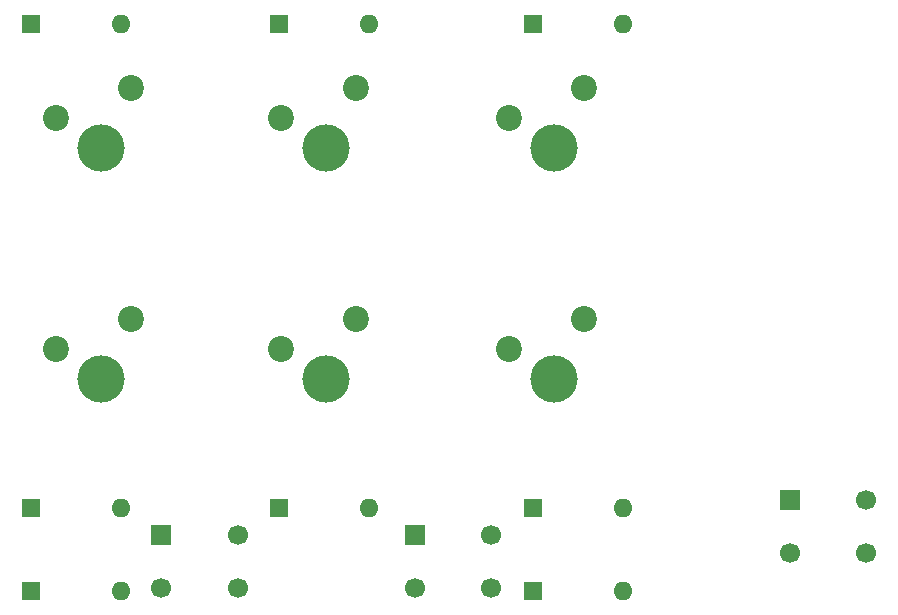
<source format=gbr>
%TF.GenerationSoftware,KiCad,Pcbnew,7.0.9*%
%TF.CreationDate,2024-01-20T20:31:14+09:00*%
%TF.ProjectId,cardsize_keyboad,63617264-7369-47a6-955f-6b6579626f61,rev?*%
%TF.SameCoordinates,PX34f3078PY5614798*%
%TF.FileFunction,Soldermask,Bot*%
%TF.FilePolarity,Negative*%
%FSLAX46Y46*%
G04 Gerber Fmt 4.6, Leading zero omitted, Abs format (unit mm)*
G04 Created by KiCad (PCBNEW 7.0.9) date 2024-01-20 20:31:14*
%MOMM*%
%LPD*%
G01*
G04 APERTURE LIST*
%ADD10C,4.000000*%
%ADD11C,2.200000*%
%ADD12R,1.600000X1.600000*%
%ADD13O,1.600000X1.600000*%
%ADD14R,1.700000X1.700000*%
%ADD15C,1.700000*%
G04 APERTURE END LIST*
D10*
%TO.C,SW5*%
X32810000Y20010000D03*
D11*
X35350000Y25090000D03*
X29000000Y22550000D03*
%TD*%
D12*
%TO.C,D5*%
X28850000Y9090000D03*
D13*
X36470000Y9090000D03*
%TD*%
D10*
%TO.C,SW2*%
X32810000Y39550000D03*
D11*
X35350000Y44630000D03*
X29000000Y42090000D03*
%TD*%
D14*
%TO.C,SW8*%
X18850000Y6840000D03*
D15*
X25350000Y6840000D03*
X18850000Y2340000D03*
X25350000Y2340000D03*
%TD*%
D12*
%TO.C,D3*%
X7850000Y50090000D03*
D13*
X15470000Y50090000D03*
%TD*%
D12*
%TO.C,D8*%
X7850000Y2090000D03*
D13*
X15470000Y2090000D03*
%TD*%
D12*
%TO.C,D1*%
X50350000Y50090000D03*
D13*
X57970000Y50090000D03*
%TD*%
D14*
%TO.C,SW0*%
X72100000Y9761400D03*
D15*
X78600000Y9761400D03*
X72100000Y5261400D03*
X78600000Y5261400D03*
%TD*%
D10*
%TO.C,SW4*%
X52160000Y20050000D03*
D11*
X54700000Y25130000D03*
X48350000Y22590000D03*
%TD*%
D10*
%TO.C,SW3*%
X13810000Y39550000D03*
D11*
X16350000Y44630000D03*
X10000000Y42090000D03*
%TD*%
D10*
%TO.C,SW1*%
X52160000Y39550000D03*
D11*
X54700000Y44630000D03*
X48350000Y42090000D03*
%TD*%
D12*
%TO.C,D7*%
X50350000Y2090000D03*
D13*
X57970000Y2090000D03*
%TD*%
D14*
%TO.C,SW7*%
X40350000Y6840000D03*
D15*
X46850000Y6840000D03*
X40350000Y2340000D03*
X46850000Y2340000D03*
%TD*%
D10*
%TO.C,SW6*%
X13810000Y20010000D03*
D11*
X16350000Y25090000D03*
X10000000Y22550000D03*
%TD*%
D12*
%TO.C,D2*%
X28850000Y50090000D03*
D13*
X36470000Y50090000D03*
%TD*%
D12*
%TO.C,D4*%
X50350000Y9090000D03*
D13*
X57970000Y9090000D03*
%TD*%
D12*
%TO.C,D6*%
X7850000Y9090000D03*
D13*
X15470000Y9090000D03*
%TD*%
M02*

</source>
